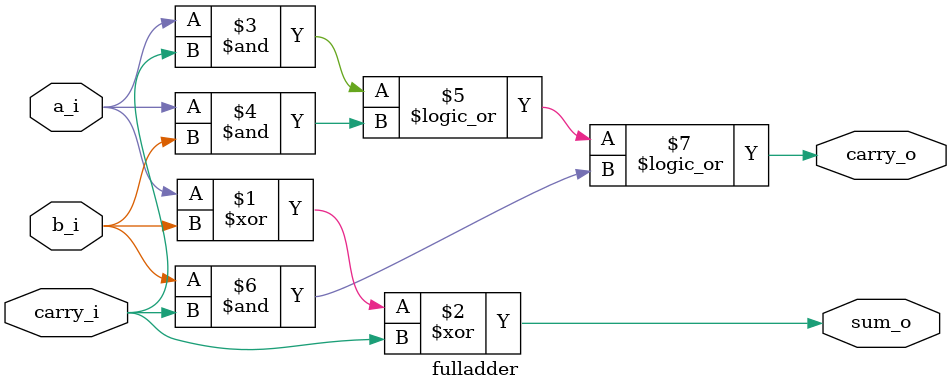
<source format=sv>
module fulladder(
  input  logic a_i,
  input  logic b_i,
  input  logic carry_i,
  output logic sum_o,
  output logic carry_o
);

  assign sum_o = a_i ^ b_i ^ carry_i;
  assign carry_o = a_i & carry_i || a_i & b_i || b_i & carry_i;

endmodule
</source>
